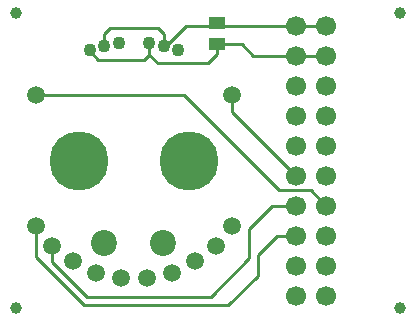
<source format=gbl>
%FSLAX25Y25*%
%MOIN*%
G70*
G01*
G75*
G04 Layer_Physical_Order=2*
G04 Layer_Color=16711680*
%ADD10C,0.01000*%
%ADD11C,0.06693*%
%ADD12C,0.19685*%
%ADD13C,0.04331*%
%ADD14C,0.05906*%
%ADD15C,0.08661*%
%ADD16C,0.03937*%
%ADD17R,0.05512X0.04331*%
D10*
X316929Y256890D02*
Y263779D01*
X242854Y263051D02*
X258858Y247047D01*
X307087D02*
X316929Y256890D01*
X258858Y247047D02*
X307087D01*
X313976Y262795D02*
Y272638D01*
X248366Y261476D02*
X259842Y250000D01*
X301181D02*
X313976Y262795D01*
X259842Y250000D02*
X301181D01*
X242854Y263051D02*
Y273425D01*
X248366Y261476D02*
Y266850D01*
X242854Y317126D02*
X292126D01*
X323819Y285433D01*
X334488D01*
X339646Y280276D01*
X308327Y311595D02*
X329646Y290276D01*
X308327Y311595D02*
Y317126D01*
X329646Y340276D02*
X339646D01*
X293032D02*
X329646D01*
X265650Y333370D02*
Y337500D01*
X267717Y339567D01*
X283465D01*
X285531Y337500D01*
Y333370D02*
Y337500D01*
Y333370D02*
X286126D01*
X293032Y340276D01*
X278921Y328740D02*
X280701Y330520D01*
X263779Y328740D02*
X278921D01*
X260819Y331701D02*
X263779Y328740D01*
X260819Y331701D02*
Y332076D01*
X329646Y330276D02*
X339646D01*
X315394D02*
X329646D01*
X280701Y330520D02*
Y334664D01*
Y330520D02*
X283465Y327756D01*
X300197D01*
X303150Y330709D01*
Y334154D01*
X311516D01*
X315394Y330276D01*
X321614Y280276D02*
X329646D01*
X313976Y272638D02*
X321614Y280276D01*
X323425Y270276D02*
X329646D01*
X316929Y263779D02*
X323425Y270276D01*
D11*
X339646Y290276D02*
D03*
Y280276D02*
D03*
Y270276D02*
D03*
Y260276D02*
D03*
Y250276D02*
D03*
X329646D02*
D03*
Y260276D02*
D03*
Y270276D02*
D03*
Y280276D02*
D03*
Y290276D02*
D03*
Y340276D02*
D03*
Y330276D02*
D03*
Y320276D02*
D03*
Y310276D02*
D03*
Y300276D02*
D03*
X339646D02*
D03*
Y310276D02*
D03*
Y320276D02*
D03*
Y330276D02*
D03*
Y340276D02*
D03*
D12*
X293898Y295276D02*
D03*
X257283D02*
D03*
D13*
X265650Y333370D02*
D03*
X285531D02*
D03*
X280701Y334664D02*
D03*
X290362Y332076D02*
D03*
X270480Y334664D02*
D03*
X260819Y332076D02*
D03*
D14*
X271299Y256142D02*
D03*
X279882D02*
D03*
X262933Y257992D02*
D03*
X288248D02*
D03*
X296024Y261811D02*
D03*
X255157D02*
D03*
X248366Y266850D02*
D03*
X302815D02*
D03*
X242854Y273425D02*
D03*
X308327D02*
D03*
X242854Y317126D02*
D03*
X308327D02*
D03*
D15*
X265748Y267717D02*
D03*
X285433D02*
D03*
D16*
X236221Y246063D02*
D03*
Y344488D02*
D03*
X364173D02*
D03*
Y246063D02*
D03*
D17*
X303150Y341043D02*
D03*
Y334154D02*
D03*
M02*

</source>
